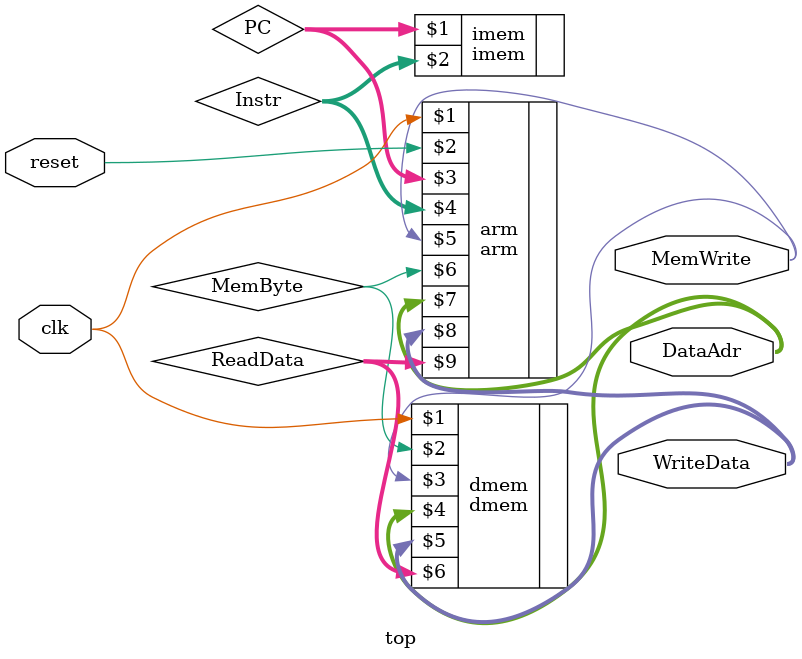
<source format=sv>
module top(input  logic        clk, reset, 
           output logic [31:0] WriteData, DataAdr, 
           output logic        MemWrite);

  logic [31:0] PC, Instr, ReadData;
  logic MemByte;
  
  // instantiate processor and memories
  arm arm(clk, reset, PC, Instr, MemWrite, MemByte, DataAdr, WriteData, ReadData);
  imem imem(PC, Instr);
  dmem dmem(clk, MemByte, MemWrite, DataAdr, WriteData, ReadData);
endmodule
</source>
